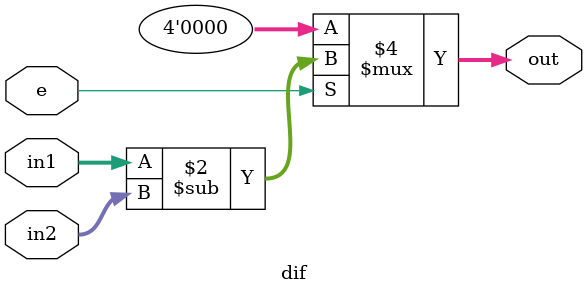
<source format=v>
module dif(input[3:0] in1, in2,
	   input e,
	   output reg[3:0] out);

always @(*)		
	if (e) out = in1 - in2;
	else out = 0;

endmodule

</source>
